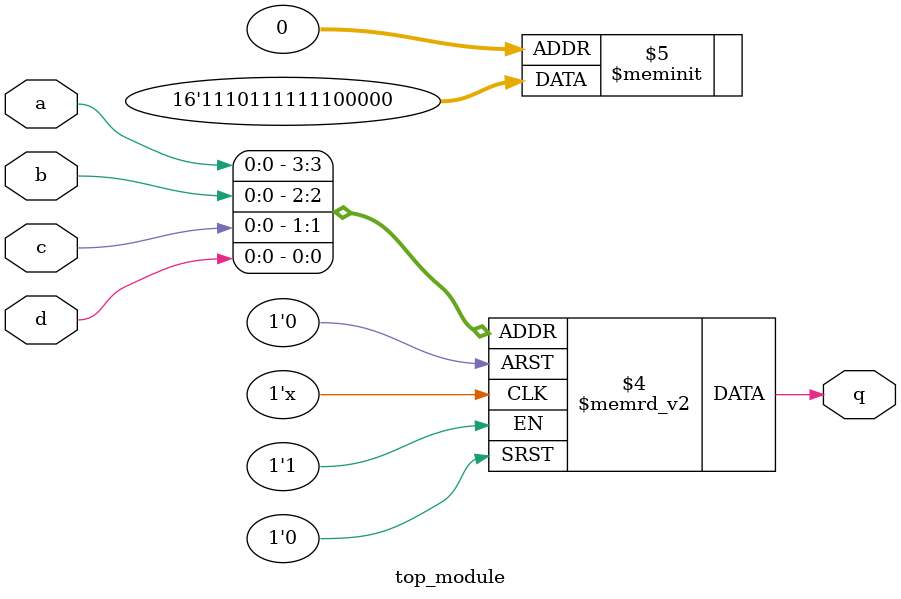
<source format=sv>
module top_module (
    input a,
    input b, 
    input c,
    input d,
    output reg q
);

always @(*) begin
    case ({a, b, c, d})
        4'b0000: q = 0;
        4'b0001: q = 0;
        4'b0010: q = 0;
        4'b0011: q = 0;
        4'b0100: q = 0;
        4'b0101: q = 1;
        4'b0110: q = 1;
        4'b0111: q = 1;
        4'b1000: q = 1;
        4'b1001: q = 1;
        4'b1010: q = 1;
        4'b1011: q = 1;
        4'b1100: q = 0;
        4'b1101: q = 1;
        4'b1110: q = 1;
        4'b1111: q = 1;
    endcase
end

endmodule

</source>
